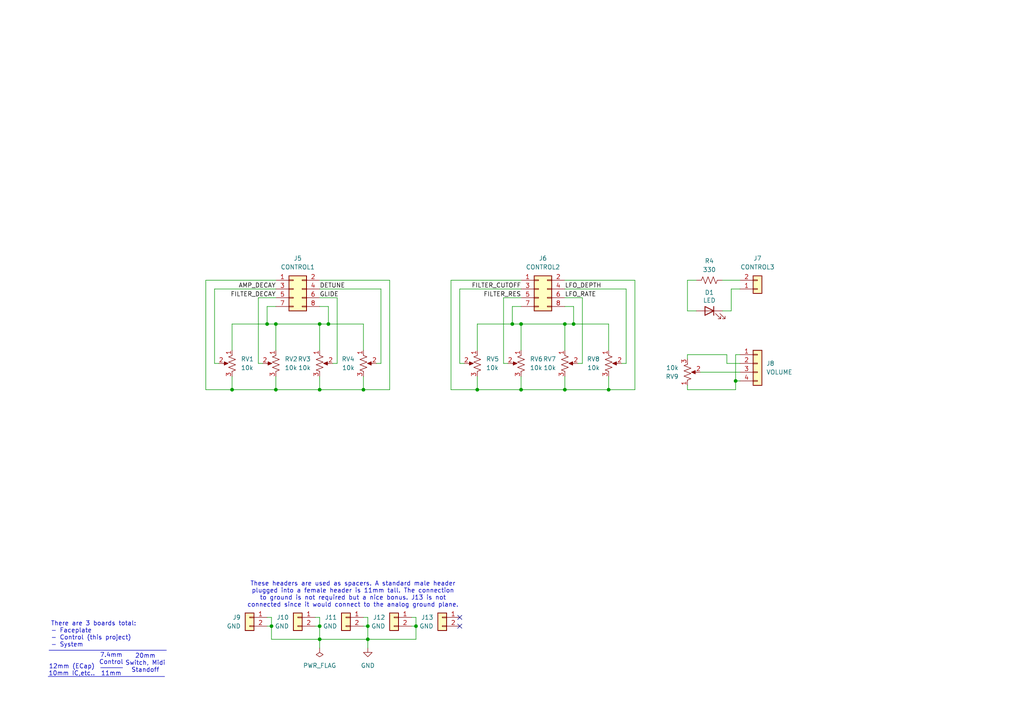
<source format=kicad_sch>
(kicad_sch (version 20250114) (generator "eeschema") (generator_version "9.0")
  (paper "A4")
  (title_block (title "MeeBlip triode w/ TK-421, control (TRI-CTRL)") (date "2025-12-30") (rev "1.0") (company "Sparky Bobo Designs") (comment 1 "This project is based upon the MeeBlip anode synthesizer: meeblip.com") (comment 2 "Designed by: J. Grahame, et. all.") (comment 3 "https://creativecommons.org/licenses/by-sa/4.0/") (comment 4 "Released under the Creative Commons Attribution Share-Alike 4.0 License"))
  (lib_symbols
    (symbol "Connector_Generic:Conn_01x02" (pin_names (offset 1.016) (hide yes))
      (property "Reference" "J" (at 0 2.54 0))
      (property "Value" "Conn_01x02" (at 0 -5.08 0))
      (symbol "Conn_01x02_1_1"
        (rectangle (start -1.27 1.27) (end 1.27 -3.81) (stroke (width 0.254)) (fill (type background)))
        (rectangle (start -1.27 0.127) (end 0 -0.127) (stroke (width 0.1524)))
        (rectangle (start -1.27 -2.413) (end 0 -2.667) (stroke (width 0.1524)))
        (pin passive line (at -5.08 0 0) (length 3.81) (name "Pin_1") (number "1"))
        (pin passive line (at -5.08 -2.54 0) (length 3.81) (name "Pin_2") (number "2"))
      )
    )
    (symbol "Connector_Generic:Conn_01x04" (pin_names (offset 1.016) (hide yes))
      (property "Reference" "J" (at 0 5.08 0))
      (property "Value" "Conn_01x04" (at 0 -7.62 0))
      (symbol "Conn_01x04_1_1"
        (rectangle (start -1.27 3.81) (end 1.27 -6.35) (stroke (width 0.254)) (fill (type background)))
        (rectangle (start -1.27 2.667) (end 0 2.413) (stroke (width 0.1524)))
        (rectangle (start -1.27 0.127) (end 0 -0.127) (stroke (width 0.1524)))
        (rectangle (start -1.27 -2.413) (end 0 -2.667) (stroke (width 0.1524)))
        (rectangle (start -1.27 -4.953) (end 0 -5.207) (stroke (width 0.1524)))
        (pin passive line (at -5.08 2.54 0) (length 3.81) (name "Pin_1") (number "1"))
        (pin passive line (at -5.08 0 0) (length 3.81) (name "Pin_2") (number "2"))
        (pin passive line (at -5.08 -2.54 0) (length 3.81) (name "Pin_3") (number "3"))
        (pin passive line (at -5.08 -5.08 0) (length 3.81) (name "Pin_4") (number "4"))
      )
    )
    (symbol "Connector_Generic:Conn_02x04_Odd_Even" (pin_names (offset 1.016) (hide yes))
      (property "Reference" "J" (at 1.27 5.08 0))
      (property "Value" "Conn_02x04_Odd_Even" (at 1.27 -7.62 0))
      (symbol "Conn_02x04_Odd_Even_1_1"
        (rectangle (start -1.27 3.81) (end 3.81 -6.35) (stroke (width 0.254)) (fill (type background)))
        (rectangle (start -1.27 2.667) (end 0 2.413) (stroke (width 0.1524)))
        (rectangle (start -1.27 0.127) (end 0 -0.127) (stroke (width 0.1524)))
        (rectangle (start -1.27 -2.413) (end 0 -2.667) (stroke (width 0.1524)))
        (rectangle (start -1.27 -4.953) (end 0 -5.207) (stroke (width 0.1524)))
        (rectangle (start 3.81 2.667) (end 2.54 2.413) (stroke (width 0.1524)))
        (rectangle (start 3.81 0.127) (end 2.54 -0.127) (stroke (width 0.1524)))
        (rectangle (start 3.81 -2.413) (end 2.54 -2.667) (stroke (width 0.1524)))
        (rectangle (start 3.81 -4.953) (end 2.54 -5.207) (stroke (width 0.1524)))
        (pin passive line (at -5.08 2.54 0) (length 3.81) (name "Pin_1") (number "1"))
        (pin passive line (at -5.08 0 0) (length 3.81) (name "Pin_3") (number "3"))
        (pin passive line (at -5.08 -2.54 0) (length 3.81) (name "Pin_5") (number "5"))
        (pin passive line (at -5.08 -5.08 0) (length 3.81) (name "Pin_7") (number "7"))
        (pin passive line (at 7.62 2.54 180) (length 3.81) (name "Pin_2") (number "2"))
        (pin passive line (at 7.62 0 180) (length 3.81) (name "Pin_4") (number "4"))
        (pin passive line (at 7.62 -2.54 180) (length 3.81) (name "Pin_6") (number "6"))
        (pin passive line (at 7.62 -5.08 180) (length 3.81) (name "Pin_8") (number "8"))
      )
    )
    (symbol "Device:LED" (pin_numbers (hide yes)) (pin_names (offset 1.016) (hide yes))
      (property "Reference" "D" (at 0 2.54 0))
      (property "Value" "LED" (at 0 -2.54 0))
      (symbol "LED_0_1"
        (polyline (pts (xy -3.048 -0.762) (xy -4.572 -2.286) (xy -3.81 -2.286) (xy -4.572 -2.286) (xy -4.572 -1.524)))
        (polyline (pts (xy -1.778 -0.762) (xy -3.302 -2.286) (xy -2.54 -2.286) (xy -3.302 -2.286) (xy -3.302 -1.524)))
        (polyline (pts (xy -1.27 0) (xy 1.27 0)))
        (polyline (pts (xy -1.27 -1.27) (xy -1.27 1.27)) (stroke (width 0.254)))
        (polyline (pts (xy 1.27 -1.27) (xy 1.27 1.27) (xy -1.27 0) (xy 1.27 -1.27)) (stroke (width 0.254)))
      )
      (symbol "LED_1_1"
        (pin passive line (at -3.81 0 0) (length 2.54) (name "K") (number "1"))
        (pin passive line (at 3.81 0 180) (length 2.54) (name "A") (number "2"))
      )
    )
    (symbol "Device:R_Potentiometer_US" (pin_names (offset 1.016) (hide yes))
      (property "Reference" "RV" (at -4.445 0 90))
      (property "Value" "R_Potentiometer_US" (at -2.54 0 90))
      (symbol "R_Potentiometer_US_0_1"
        (polyline (pts (xy 0 2.54) (xy 0 2.286)))
        (polyline (pts (xy 0 2.286) (xy 1.016 1.905) (xy 0 1.524) (xy -1.016 1.143) (xy 0 0.762)))
        (polyline (pts (xy 0 0.762) (xy 1.016 0.381) (xy 0 0) (xy -1.016 -0.381) (xy 0 -0.762)))
        (polyline (pts (xy 0 -0.762) (xy 1.016 -1.143) (xy 0 -1.524) (xy -1.016 -1.905) (xy 0 -2.286)))
        (polyline (pts (xy 0 -2.286) (xy 0 -2.54)))
        (polyline (pts (xy 1.143 0) (xy 2.286 0.508) (xy 2.286 -0.508) (xy 1.143 0)) (fill (type outline)))
        (polyline (pts (xy 2.54 0) (xy 1.524 0)))
      )
      (symbol "R_Potentiometer_US_1_1"
        (pin passive line (at 0 3.81 270) (length 1.27) (name "1") (number "1"))
        (pin passive line (at 0 -3.81 90) (length 1.27) (name "3") (number "3"))
        (pin passive line (at 3.81 0 180) (length 1.27) (name "2") (number "2"))
      )
    )
    (symbol "Device:R_US" (pin_numbers (hide yes)) (pin_names (offset 0))
      (property "Reference" "R" (at 2.54 0 90))
      (property "Value" "R_US" (at -2.54 0 90))
      (symbol "R_US_0_1"
        (polyline (pts (xy 0 2.286) (xy 0 2.54)))
        (polyline (pts (xy 0 2.286) (xy 1.016 1.905) (xy 0 1.524) (xy -1.016 1.143) (xy 0 0.762)))
        (polyline (pts (xy 0 0.762) (xy 1.016 0.381) (xy 0 0) (xy -1.016 -0.381) (xy 0 -0.762)))
        (polyline (pts (xy 0 -0.762) (xy 1.016 -1.143) (xy 0 -1.524) (xy -1.016 -1.905) (xy 0 -2.286)))
        (polyline (pts (xy 0 -2.286) (xy 0 -2.54)))
      )
      (symbol "R_US_1_1"
        (pin passive line (at 0 3.81 270) (length 1.27) (name "~") (number "1"))
        (pin passive line (at 0 -3.81 90) (length 1.27) (name "~") (number "2"))
      )
    )
    (symbol "power:GND" (power) (pin_numbers (hide yes)) (pin_names (offset 0) (hide yes))
      (property "Value" "GND" (at 0 -3.81 0))
      (symbol "GND_0_1"
        (polyline (pts (xy 0 0) (xy 0 -1.27) (xy 1.27 -1.27) (xy 0 -2.54) (xy -1.27 -1.27) (xy 0 -1.27)))
      )
      (symbol "GND_1_1"
        (pin power_in line (at 0 0 270) (length 0) (name "~") (number "1"))
      )
    )
    (symbol "power:PWR_FLAG" (power) (pin_numbers (hide yes)) (pin_names (offset 0) (hide yes))
      (property "Value" "PWR_FLAG" (at 0 3.81 0))
      (symbol "PWR_FLAG_0_0"
        (pin power_out line (at 0 0 90) (length 0) (name "~") (number "1"))
      )
      (symbol "PWR_FLAG_0_1"
        (polyline (pts (xy 0 0) (xy 0 1.27) (xy -1.016 1.905) (xy 0 2.54) (xy 1.016 1.905) (xy 0 1.27)))
      )
    )
  )
  (text "11mm" (at 32.258 195.453 0) (effects (font (size 1.27 1.27))))
  (text "20mm\nSwitch, Midi\nStandoff" (at 42.164 192.405 0) (effects (font (size 1.27 1.27))))
  (text "There are 3 boards total:\n- Faceplate\n- Control (this project)\n- System " (at 14.732 184.023 0) (effects (font (size 1.27 1.27)) (justify left)))
  (text "12mm (ECap)" (at 20.828 193.421 0) (effects (font (size 1.27 1.27))))
  (text "10mm IC,etc.." (at 20.828 195.453 0) (effects (font (size 1.27 1.27))))
  (text "7.4mm\nControl" (at 32.258 191.135 0) (effects (font (size 1.27 1.27))))
  (text "These headers are used as spacers. A standard male header\nplugged into a female header is 11mm tall. The connection\nto ground is not required but a nice bonus. J13 is not\nconnected since it would connect to the analog ground plane." (at 102.362 172.466 0) (effects (font (size 1.27 1.27))))
  (junction (at 80.01 113.03))
  (junction (at 92.71 181.61))
  (junction (at 138.43 113.03))
  (junction (at 95.25 93.98))
  (junction (at 163.83 93.98))
  (junction (at 106.68 185.42))
  (junction (at 166.37 93.98))
  (junction (at 106.68 181.61))
  (junction (at 151.13 93.98))
  (junction (at 120.65 181.61))
  (junction (at 78.74 181.61))
  (junction (at 92.71 185.42))
  (junction (at 148.59 93.98))
  (junction (at 77.47 93.98))
  (junction (at 105.41 113.03))
  (junction (at 92.71 113.03))
  (junction (at 67.31 113.03))
  (junction (at 151.13 113.03))
  (junction (at 92.71 93.98))
  (junction (at 213.36 110.49))
  (junction (at 176.53 113.03))
  (junction (at 163.83 113.03))
  (junction (at 80.01 93.98))
  (no_connect (at 133.35 179.07))
  (no_connect (at 133.35 181.61))
  (wire (pts (xy 210.82 105.41) (xy 214.63 105.41)))
  (wire (pts (xy 138.43 93.98) (xy 138.43 101.6)))
  (wire (pts (xy 92.71 83.82) (xy 110.49 83.82)))
  (wire (pts (xy 184.15 81.28) (xy 184.15 113.03)))
  (wire (pts (xy 80.01 93.98) (xy 80.01 101.6)))
  (wire (pts (xy 199.39 102.87) (xy 210.82 102.87)))
  (wire (pts (xy 199.39 81.28) (xy 199.39 90.17)))
  (wire (pts (xy 148.59 93.98) (xy 151.13 93.98)))
  (wire (pts (xy 105.41 179.07) (xy 106.68 179.07)))
  (wire (pts (xy 146.05 86.36) (xy 151.13 86.36)))
  (wire (pts (xy 106.68 185.42) (xy 120.65 185.42)))
  (wire (pts (xy 180.34 105.41) (xy 181.61 105.41)))
  (wire (pts (xy 133.35 105.41) (xy 134.62 105.41)))
  (wire (pts (xy 163.83 109.22) (xy 163.83 113.03)))
  (wire (pts (xy 106.68 181.61) (xy 106.68 185.42)))
  (wire (pts (xy 146.05 105.41) (xy 147.32 105.41)))
  (wire (pts (xy 80.01 109.22) (xy 80.01 113.03)))
  (wire (pts (xy 133.35 83.82) (xy 133.35 105.41)))
  (wire (pts (xy 59.69 81.28) (xy 80.01 81.28)))
  (wire (pts (xy 212.09 83.82) (xy 212.09 90.17)))
  (wire (pts (xy 213.36 102.87) (xy 213.36 110.49)))
  (wire (pts (xy 138.43 113.03) (xy 151.13 113.03)))
  (wire (pts (xy 176.53 113.03) (xy 184.15 113.03)))
  (wire (pts (xy 96.52 105.41) (xy 97.79 105.41)))
  (wire (pts (xy 166.37 93.98) (xy 176.53 93.98)))
  (polyline (pts (xy 29.21 193.675) (xy 35.56 193.675)))
  (wire (pts (xy 106.68 179.07) (xy 106.68 181.61)))
  (wire (pts (xy 138.43 109.22) (xy 138.43 113.03)))
  (wire (pts (xy 92.71 185.42) (xy 92.71 187.96)))
  (wire (pts (xy 95.25 93.98) (xy 105.41 93.98)))
  (wire (pts (xy 77.47 93.98) (xy 80.01 93.98)))
  (wire (pts (xy 199.39 113.03) (xy 213.36 113.03)))
  (wire (pts (xy 78.74 179.07) (xy 78.74 181.61)))
  (wire (pts (xy 113.03 81.28) (xy 113.03 113.03)))
  (wire (pts (xy 92.71 113.03) (xy 105.41 113.03)))
  (polyline (pts (xy 14.224 188.595) (xy 48.26 188.595)))
  (wire (pts (xy 59.69 113.03) (xy 67.31 113.03)))
  (wire (pts (xy 201.93 81.28) (xy 199.39 81.28)))
  (wire (pts (xy 77.47 88.9) (xy 77.47 93.98)))
  (wire (pts (xy 163.83 81.28) (xy 184.15 81.28)))
  (wire (pts (xy 78.74 185.42) (xy 92.71 185.42)))
  (wire (pts (xy 106.68 185.42) (xy 106.68 187.96)))
  (wire (pts (xy 80.01 83.82) (xy 62.23 83.82)))
  (wire (pts (xy 92.71 179.07) (xy 92.71 181.61)))
  (wire (pts (xy 77.47 179.07) (xy 78.74 179.07)))
  (wire (pts (xy 119.38 179.07) (xy 120.65 179.07)))
  (wire (pts (xy 130.81 113.03) (xy 138.43 113.03)))
  (wire (pts (xy 105.41 109.22) (xy 105.41 113.03)))
  (wire (pts (xy 214.63 81.28) (xy 209.55 81.28)))
  (wire (pts (xy 201.93 90.17) (xy 199.39 90.17)))
  (wire (pts (xy 176.53 109.22) (xy 176.53 113.03)))
  (wire (pts (xy 92.71 181.61) (xy 92.71 185.42)))
  (wire (pts (xy 163.83 88.9) (xy 166.37 88.9)))
  (wire (pts (xy 148.59 88.9) (xy 148.59 93.98)))
  (wire (pts (xy 109.22 105.41) (xy 110.49 105.41)))
  (wire (pts (xy 97.79 86.36) (xy 97.79 105.41)))
  (wire (pts (xy 92.71 185.42) (xy 106.68 185.42)))
  (wire (pts (xy 199.39 102.87) (xy 199.39 104.14)))
  (wire (pts (xy 105.41 113.03) (xy 113.03 113.03)))
  (wire (pts (xy 146.05 86.36) (xy 146.05 105.41)))
  (wire (pts (xy 105.41 93.98) (xy 105.41 101.6)))
  (wire (pts (xy 130.81 81.28) (xy 130.81 113.03)))
  (wire (pts (xy 110.49 83.82) (xy 110.49 105.41)))
  (wire (pts (xy 181.61 83.82) (xy 181.61 105.41)))
  (wire (pts (xy 120.65 179.07) (xy 120.65 181.61)))
  (wire (pts (xy 148.59 88.9) (xy 151.13 88.9)))
  (wire (pts (xy 74.93 86.36) (xy 74.93 105.41)))
  (wire (pts (xy 78.74 181.61) (xy 78.74 185.42)))
  (wire (pts (xy 80.01 113.03) (xy 92.71 113.03)))
  (wire (pts (xy 92.71 88.9) (xy 95.25 88.9)))
  (wire (pts (xy 199.39 111.76) (xy 199.39 113.03)))
  (wire (pts (xy 59.69 81.28) (xy 59.69 113.03)))
  (wire (pts (xy 210.82 102.87) (xy 210.82 105.41)))
  (wire (pts (xy 62.23 83.82) (xy 62.23 105.41)))
  (wire (pts (xy 151.13 93.98) (xy 151.13 101.6)))
  (wire (pts (xy 63.5 105.41) (xy 62.23 105.41)))
  (wire (pts (xy 163.83 93.98) (xy 163.83 101.6)))
  (wire (pts (xy 67.31 93.98) (xy 77.47 93.98)))
  (wire (pts (xy 163.83 93.98) (xy 166.37 93.98)))
  (wire (pts (xy 203.2 107.95) (xy 214.63 107.95)))
  (wire (pts (xy 91.44 179.07) (xy 92.71 179.07)))
  (wire (pts (xy 163.83 86.36) (xy 168.91 86.36)))
  (wire (pts (xy 67.31 113.03) (xy 80.01 113.03)))
  (wire (pts (xy 67.31 109.22) (xy 67.31 113.03)))
  (wire (pts (xy 105.41 181.61) (xy 106.68 181.61)))
  (wire (pts (xy 77.47 181.61) (xy 78.74 181.61)))
  (wire (pts (xy 76.2 105.41) (xy 74.93 105.41)))
  (wire (pts (xy 163.83 83.82) (xy 181.61 83.82)))
  (wire (pts (xy 67.31 93.98) (xy 67.31 101.6)))
  (wire (pts (xy 151.13 93.98) (xy 163.83 93.98)))
  (wire (pts (xy 166.37 88.9) (xy 166.37 93.98)))
  (wire (pts (xy 92.71 109.22) (xy 92.71 113.03)))
  (wire (pts (xy 138.43 93.98) (xy 148.59 93.98)))
  (wire (pts (xy 214.63 83.82) (xy 212.09 83.82)))
  (wire (pts (xy 168.91 86.36) (xy 168.91 105.41)))
  (wire (pts (xy 95.25 88.9) (xy 95.25 93.98)))
  (wire (pts (xy 151.13 109.22) (xy 151.13 113.03)))
  (wire (pts (xy 91.44 181.61) (xy 92.71 181.61)))
  (wire (pts (xy 213.36 102.87) (xy 214.63 102.87)))
  (wire (pts (xy 77.47 88.9) (xy 80.01 88.9)))
  (wire (pts (xy 130.81 81.28) (xy 151.13 81.28)))
  (wire (pts (xy 151.13 113.03) (xy 163.83 113.03)))
  (wire (pts (xy 119.38 181.61) (xy 120.65 181.61)))
  (wire (pts (xy 92.71 93.98) (xy 95.25 93.98)))
  (wire (pts (xy 80.01 86.36) (xy 74.93 86.36)))
  (wire (pts (xy 133.35 83.82) (xy 151.13 83.82)))
  (wire (pts (xy 176.53 93.98) (xy 176.53 101.6)))
  (wire (pts (xy 163.83 113.03) (xy 176.53 113.03)))
  (wire (pts (xy 92.71 93.98) (xy 92.71 101.6)))
  (wire (pts (xy 80.01 93.98) (xy 92.71 93.98)))
  (wire (pts (xy 167.64 105.41) (xy 168.91 105.41)))
  (polyline (pts (xy 13.97 196.215) (xy 47.752 196.215)))
  (wire (pts (xy 213.36 110.49) (xy 214.63 110.49)))
  (wire (pts (xy 212.09 90.17) (xy 209.55 90.17)))
  (wire (pts (xy 92.71 81.28) (xy 113.03 81.28)))
  (wire (pts (xy 92.71 86.36) (xy 97.79 86.36)))
  (wire (pts (xy 213.36 110.49) (xy 213.36 113.03)))
  (wire (pts (xy 120.65 181.61) (xy 120.65 185.42)))
  (label "AMP_DECAY" (at 80.01 83.82 180))
  (label "LFO_DEPTH" (at 163.83 83.82 0))
  (label "GLIDE" (at 92.71 86.36 0))
  (label "FILTER_DECAY" (at 80.01 86.36 180))
  (label "FILTER_CUTOFF" (at 151.13 83.82 180))
  (label "LFO_RATE" (at 163.83 86.36 0))
  (label "DETUNE" (at 92.71 83.82 0))
  (label "FILTER_RES" (at 151.13 86.36 180))
  (symbol (lib_id "Device:R_Potentiometer_US") (at 151.13 105.41 0) (mirror y) (unit 1)
    (property "Reference" "RV6" (at 153.67 104.1399 0) (effects (justify right)))
    (property "Value" "10k" (at 153.67 106.6799 0) (effects (justify right)))
    (property "Footprint" "meeblip:BOURNS_PTV09A_1" (effects (hide yes)))
    (property "Description" "Potentiometer, US symbol" (effects (hide yes)))
    (property "PN" "PTV09A-4030F-B103" (effects (hide yes)))
  )
  (symbol (lib_id "Device:R_US") (at 205.74 81.28 90) (unit 1)
    (property "Reference" "R4" (at 205.74 75.692 90))
    (property "Value" "330" (at 205.74 78.232 90))
    (property "Footprint" "Resistor_THT:R_Axial_DIN0207_L6.3mm_D2.5mm_P10.16mm_Horizontal" (effects (hide yes)))
    (property "Description" "Resistor, US symbol" (effects (hide yes)))
  )
  (symbol (lib_id "Device:R_Potentiometer_US") (at 176.53 105.41 0) (unit 1)
    (property "Reference" "RV8" (at 173.99 104.1399 0) (effects (justify right)))
    (property "Value" "10k" (at 173.99 106.6799 0) (effects (justify right)))
    (property "Footprint" "meeblip:BOURNS_PTV09A_1" (effects (hide yes)))
    (property "Description" "Potentiometer, US symbol" (effects (hide yes)))
    (property "PN" "PTV09A-4030F-B103" (effects (hide yes)))
  )
  (symbol (lib_id "power:PWR_FLAG") (at 92.71 187.96 180) (unit 1)
    (property "Reference" "#FLG01" (effects (hide yes)))
    (property "Value" "PWR_FLAG" (at 92.71 193.04 0))
    (property "Description" "Special symbol for telling ERC where power comes from" (effects (hide yes)))
  )
  (symbol (lib_id "Connector_Generic:Conn_01x02") (at 100.33 179.07 0) (mirror y) (unit 1)
    (property "Reference" "J11" (at 97.79 179.0699 0) (effects (justify left)))
    (property "Value" "GND" (at 97.79 181.6099 0) (effects (justify left)))
    (property "Footprint" "Connector_PinHeader_2.54mm:PinHeader_1x02_P2.54mm_Vertical" (effects (hide yes)))
    (property "Description" "Generic connector, single row, 01x02, script generated (kicad-library-utils/schlib/autogen/connector/)" (effects (hide yes)))
  )
  (symbol (lib_id "Device:R_Potentiometer_US") (at 138.43 105.41 0) (mirror y) (unit 1)
    (property "Reference" "RV5" (at 140.97 104.1399 0) (effects (justify right)))
    (property "Value" "10k" (at 140.97 106.6799 0) (effects (justify right)))
    (property "Footprint" "meeblip:BOURNS_PTV09A_1" (effects (hide yes)))
    (property "Description" "Potentiometer, US symbol" (effects (hide yes)))
    (property "PN" "PTV09A-4030F-B103" (effects (hide yes)))
  )
  (symbol (lib_id "Device:R_Potentiometer_US") (at 92.71 105.41 0) (unit 1)
    (property "Reference" "RV3" (at 90.17 104.1399 0) (effects (justify right)))
    (property "Value" "10k" (at 90.17 106.6799 0) (effects (justify right)))
    (property "Footprint" "meeblip:BOURNS_PTV09A_1" (effects (hide yes)))
    (property "Description" "Potentiometer, US symbol" (effects (hide yes)))
    (property "PN" "PTV09A-4030F-B103" (effects (hide yes)))
  )
  (symbol (lib_id "Connector_Generic:Conn_01x02") (at 114.3 179.07 0) (mirror y) (unit 1)
    (property "Reference" "J12" (at 111.76 179.0699 0) (effects (justify left)))
    (property "Value" "GND" (at 111.76 181.6099 0) (effects (justify left)))
    (property "Footprint" "Connector_PinHeader_2.54mm:PinHeader_1x02_P2.54mm_Vertical" (effects (hide yes)))
    (property "Description" "Generic connector, single row, 01x02, script generated (kicad-library-utils/schlib/autogen/connector/)" (effects (hide yes)))
  )
  (symbol (lib_id "Device:LED") (at 205.74 90.17 0) (mirror y) (unit 1)
    (property "Reference" "D1" (at 205.74 84.836 0))
    (property "Value" "LED" (at 205.74 87.122 0))
    (property "Footprint" "LED_THT:LED_D5.0mm" (effects (hide yes)))
    (property "Description" "Light emitting diode" (effects (hide yes)))
    (property "Sim.Pins" "1=K 2=A" (effects (hide yes)))
  )
  (symbol (lib_id "Device:R_Potentiometer_US") (at 80.01 105.41 0) (mirror y) (unit 1)
    (property "Reference" "RV2" (at 82.55 104.1399 0) (effects (justify right)))
    (property "Value" "10k" (at 82.55 106.6799 0) (effects (justify right)))
    (property "Footprint" "meeblip:BOURNS_PTV09A_1" (effects (hide yes)))
    (property "Description" "Potentiometer, US symbol" (effects (hide yes)))
    (property "PN" "PTV09A-4030F-B103" (effects (hide yes)))
  )
  (symbol (lib_id "Device:R_Potentiometer_US") (at 163.83 105.41 0) (unit 1)
    (property "Reference" "RV7" (at 161.29 104.1399 0) (effects (justify right)))
    (property "Value" "10k" (at 161.29 106.6799 0) (effects (justify right)))
    (property "Footprint" "meeblip:BOURNS_PTV09A_1" (effects (hide yes)))
    (property "Description" "Potentiometer, US symbol" (effects (hide yes)))
    (property "PN" "PTV09A-4030F-B103" (effects (hide yes)))
  )
  (symbol (lib_id "Connector_Generic:Conn_01x04") (at 219.71 105.41 0) (unit 1)
    (property "Reference" "J8" (at 222.25 105.4099 0) (effects (justify left)))
    (property "Value" "VOLUME" (at 222.25 107.9499 0) (effects (justify left)))
    (property "Footprint" "Connector_PinHeader_2.54mm:PinHeader_1x04_P2.54mm_Vertical" (effects (hide yes)))
    (property "Description" "Generic connector, single row, 01x04, script generated (kicad-library-utils/schlib/autogen/connector/)" (effects (hide yes)))
  )
  (symbol (lib_id "Connector_Generic:Conn_01x02") (at 219.71 83.82 0) (mirror x) (unit 1)
    (property "Reference" "J7" (at 219.71 74.93 0))
    (property "Value" "CONTROL3" (at 219.71 77.47 0))
    (property "Footprint" "Connector_PinHeader_2.54mm:PinHeader_1x02_P2.54mm_Vertical" (effects (hide yes)))
    (property "Description" "Generic connector, single row, 01x02, script generated (kicad-library-utils/schlib/autogen/connector/)" (effects (hide yes)))
  )
  (symbol (lib_id "Device:R_Potentiometer_US") (at 67.31 105.41 0) (mirror y) (unit 1)
    (property "Reference" "RV1" (at 69.85 104.1399 0) (effects (justify right)))
    (property "Value" "10k" (at 69.85 106.6799 0) (effects (justify right)))
    (property "Footprint" "meeblip:BOURNS_PTV09A_1" (effects (hide yes)))
    (property "Description" "Potentiometer, US symbol" (effects (hide yes)))
    (property "PN" "PTV09A-4030F-B103" (effects (hide yes)))
  )
  (symbol (lib_id "Connector_Generic:Conn_01x02") (at 72.39 179.07 0) (mirror y) (unit 1)
    (property "Reference" "J9" (at 69.85 179.0699 0) (effects (justify left)))
    (property "Value" "GND" (at 69.85 181.6099 0) (effects (justify left)))
    (property "Footprint" "Connector_PinHeader_2.54mm:PinHeader_1x02_P2.54mm_Vertical" (effects (hide yes)))
    (property "Description" "Generic connector, single row, 01x02, script generated (kicad-library-utils/schlib/autogen/connector/)" (effects (hide yes)))
  )
  (symbol (lib_id "Device:R_Potentiometer_US") (at 105.41 105.41 0) (unit 1)
    (property "Reference" "RV4" (at 102.87 104.1399 0) (effects (justify right)))
    (property "Value" "10k" (at 102.87 106.6799 0) (effects (justify right)))
    (property "Footprint" "meeblip:BOURNS_PTV09A_1" (effects (hide yes)))
    (property "Description" "Potentiometer, US symbol" (effects (hide yes)))
    (property "PN" "PTV09A-4030F-B103" (effects (hide yes)))
  )
  (symbol (lib_id "Connector_Generic:Conn_01x02") (at 86.36 179.07 0) (mirror y) (unit 1)
    (property "Reference" "J10" (at 83.82 179.0699 0) (effects (justify left)))
    (property "Value" "GND" (at 83.82 181.6099 0) (effects (justify left)))
    (property "Footprint" "Connector_PinHeader_2.54mm:PinHeader_1x02_P2.54mm_Vertical" (effects (hide yes)))
    (property "Description" "Generic connector, single row, 01x02, script generated (kicad-library-utils/schlib/autogen/connector/)" (effects (hide yes)))
  )
  (symbol (lib_id "Connector_Generic:Conn_02x04_Odd_Even") (at 156.21 83.82 0) (unit 1)
    (property "Reference" "J6" (at 157.48 74.93 0))
    (property "Value" "CONTROL2" (at 157.48 77.47 0))
    (property "Footprint" "Connector_PinHeader_2.54mm:PinHeader_2x04_P2.54mm_Vertical" (effects (hide yes)))
    (property "Description" "Generic connector, double row, 02x04, odd/even pin numbering scheme (row 1 odd numbers, row 2 even numbers), script generated (kicad-library-utils/schlib/autogen/connector/)" (effects (hide yes)))
  )
  (symbol (lib_id "Connector_Generic:Conn_01x02") (at 128.27 179.07 0) (mirror y) (unit 1)
    (property "Reference" "J13" (at 125.73 179.0699 0) (effects (justify left)))
    (property "Value" "GND" (at 125.73 181.6099 0) (effects (justify left)))
    (property "Footprint" "Connector_PinHeader_2.54mm:PinHeader_1x02_P2.54mm_Vertical" (effects (hide yes)))
    (property "Description" "Generic connector, single row, 01x02, script generated (kicad-library-utils/schlib/autogen/connector/)" (effects (hide yes)))
  )
  (symbol (lib_id "power:GND") (at 106.68 187.96 0) (unit 1)
    (property "Reference" "#PWR01" (effects (hide yes)))
    (property "Value" "GND" (at 106.68 193.04 0))
    (property "Description" "Power symbol creates a global label with name \"GND\" , ground" (effects (hide yes)))
  )
  (symbol (lib_id "Connector_Generic:Conn_02x04_Odd_Even") (at 85.09 83.82 0) (unit 1)
    (property "Reference" "J5" (at 86.36 74.93 0))
    (property "Value" "CONTROL1" (at 86.36 77.47 0))
    (property "Footprint" "Connector_PinHeader_2.54mm:PinHeader_2x04_P2.54mm_Vertical" (effects (hide yes)))
    (property "Description" "Generic connector, double row, 02x04, odd/even pin numbering scheme (row 1 odd numbers, row 2 even numbers), script generated (kicad-library-utils/schlib/autogen/connector/)" (effects (hide yes)))
  )
  (symbol (lib_id "Device:R_Potentiometer_US") (at 199.39 107.95 0) (mirror x) (unit 1)
    (property "Reference" "RV9" (at 196.85 109.2201 0) (effects (justify right)))
    (property "Value" "10k" (at 196.85 106.6801 0) (effects (justify right)))
    (property "Footprint" "meeblip:BOURNS_PTV09A_1" (effects (hide yes)))
    (property "Description" "Potentiometer, US symbol" (effects (hide yes)))
  )
)
</source>
